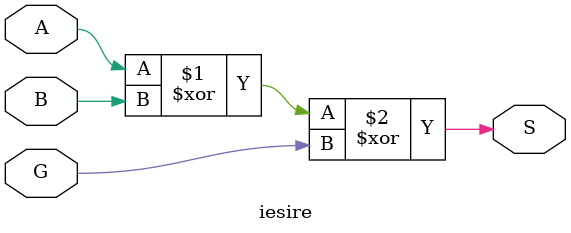
<source format=v>
`timescale 1ns / 1ps


module iesire(
    input A,
    input B,
    input G,
    output S
    );
    
    assign S = (A ^ B) ^ G;
endmodule

</source>
